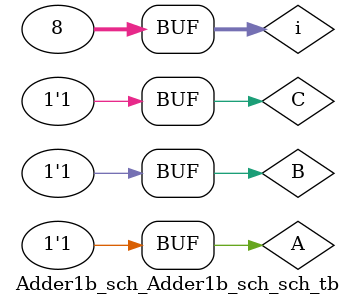
<source format=v>

`timescale 1ns / 1ps

module Adder1b_sch_Adder1b_sch_sch_tb();

// Inputs
   reg A;
   reg B;
   reg C;

// Output
   wire S;
   wire Co;

// Bidirs

// Instantiate the UUT
   Adder1b_sch UUT (
		.A(A), 
		.B(B), 
		.C(C), 
		.S(S), 
		.Co(Co)
   );
	
integer i;
initial begin
	A=0;
	B=0;
	C=0;
	#50;
	
	for(i=0;i<8;i=i+1)begin
		{A, B, C} <= i;
		#50;
	end


end
endmodule

</source>
